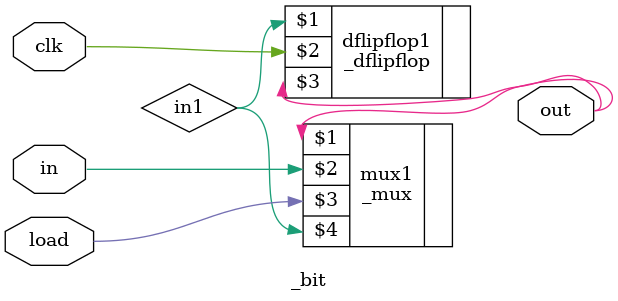
<source format=v>
module _bit(
    in,
    load,
    clk,
    out
);

input in, load, clk;
output out;

wire in1;

_mux mux1(out, in, load, in1);
_dflipflop dflipflop1(in1, clk, out);

endmodule
</source>
